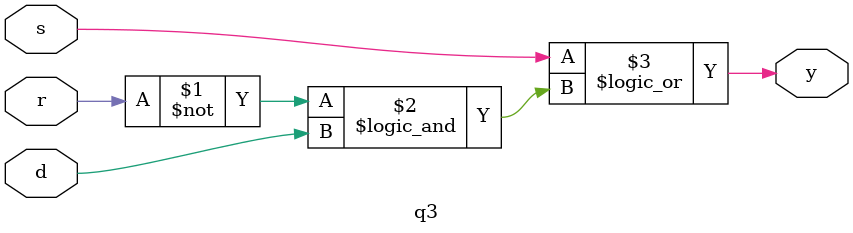
<source format=v>
module q3(input s, r, d,
	      output y);
	assign y = s || (~r && d);
endmodule

</source>
